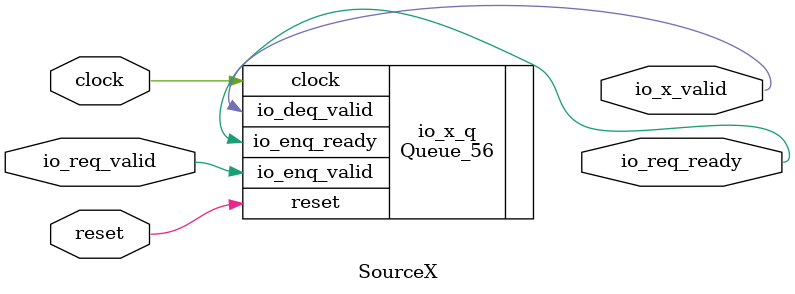
<source format=sv>
`ifndef RANDOMIZE
  `ifdef RANDOMIZE_MEM_INIT
    `define RANDOMIZE
  `endif // RANDOMIZE_MEM_INIT
`endif // not def RANDOMIZE
`ifndef RANDOMIZE
  `ifdef RANDOMIZE_REG_INIT
    `define RANDOMIZE
  `endif // RANDOMIZE_REG_INIT
`endif // not def RANDOMIZE

`ifndef RANDOM
  `define RANDOM $random
`endif // not def RANDOM

// Users can define INIT_RANDOM as general code that gets injected into the
// initializer block for modules with registers.
`ifndef INIT_RANDOM
  `define INIT_RANDOM
`endif // not def INIT_RANDOM

// If using random initialization, you can also define RANDOMIZE_DELAY to
// customize the delay used, otherwise 0.002 is used.
`ifndef RANDOMIZE_DELAY
  `define RANDOMIZE_DELAY 0.002
`endif // not def RANDOMIZE_DELAY

// Define INIT_RANDOM_PROLOG_ for use in our modules below.
`ifndef INIT_RANDOM_PROLOG_
  `ifdef RANDOMIZE
    `ifdef VERILATOR
      `define INIT_RANDOM_PROLOG_ `INIT_RANDOM
    `else  // VERILATOR
      `define INIT_RANDOM_PROLOG_ `INIT_RANDOM #`RANDOMIZE_DELAY begin end
    `endif // VERILATOR
  `else  // RANDOMIZE
    `define INIT_RANDOM_PROLOG_
  `endif // RANDOMIZE
`endif // not def INIT_RANDOM_PROLOG_

// Include register initializers in init blocks unless synthesis is set
`ifndef SYNTHESIS
  `ifndef ENABLE_INITIAL_REG_
    `define ENABLE_INITIAL_REG_
  `endif // not def ENABLE_INITIAL_REG_
`endif // not def SYNTHESIS

// Include rmemory initializers in init blocks unless synthesis is set
`ifndef SYNTHESIS
  `ifndef ENABLE_INITIAL_MEM_
    `define ENABLE_INITIAL_MEM_
  `endif // not def ENABLE_INITIAL_MEM_
`endif // not def SYNTHESIS

// Standard header to adapt well known macros for prints and assertions.

// Users can define 'PRINTF_COND' to add an extra gate to prints.
`ifndef PRINTF_COND_
  `ifdef PRINTF_COND
    `define PRINTF_COND_ (`PRINTF_COND)
  `else  // PRINTF_COND
    `define PRINTF_COND_ 1
  `endif // PRINTF_COND
`endif // not def PRINTF_COND_

// Users can define 'ASSERT_VERBOSE_COND' to add an extra gate to assert error printing.
`ifndef ASSERT_VERBOSE_COND_
  `ifdef ASSERT_VERBOSE_COND
    `define ASSERT_VERBOSE_COND_ (`ASSERT_VERBOSE_COND)
  `else  // ASSERT_VERBOSE_COND
    `define ASSERT_VERBOSE_COND_ 1
  `endif // ASSERT_VERBOSE_COND
`endif // not def ASSERT_VERBOSE_COND_

// Users can define 'STOP_COND' to add an extra gate to stop conditions.
`ifndef STOP_COND_
  `ifdef STOP_COND
    `define STOP_COND_ (`STOP_COND)
  `else  // STOP_COND
    `define STOP_COND_ 1
  `endif // STOP_COND
`endif // not def STOP_COND_

module SourceX(
  input  clock,
         reset,
  output io_req_ready,	// @[generators/rocket-chip-inclusive-cache/design/craft/inclusivecache/src/SourceX.scala:31:14]
  input  io_req_valid,	// @[generators/rocket-chip-inclusive-cache/design/craft/inclusivecache/src/SourceX.scala:31:14]
  output io_x_valid	// @[generators/rocket-chip-inclusive-cache/design/craft/inclusivecache/src/SourceX.scala:31:14]
);

  Queue_56 io_x_q (	// @[src/main/scala/chisel3/util/Decoupled.scala:376:21]
    .clock        (clock),
    .reset        (reset),
    .io_enq_ready (io_req_ready),
    .io_enq_valid (io_req_valid),
    .io_deq_valid (io_x_valid)
  );
endmodule


</source>
